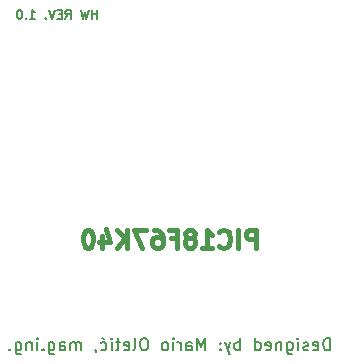
<source format=gbr>
G04 #@! TF.GenerationSoftware,KiCad,Pcbnew,(5.1.2)-2*
G04 #@! TF.CreationDate,2019-10-30T14:21:15+01:00*
G04 #@! TF.ProjectId,PIC18F67K40 MCU Card,50494331-3846-4363-974b-3430204d4355,rev?*
G04 #@! TF.SameCoordinates,Original*
G04 #@! TF.FileFunction,Legend,Bot*
G04 #@! TF.FilePolarity,Positive*
%FSLAX46Y46*%
G04 Gerber Fmt 4.6, Leading zero omitted, Abs format (unit mm)*
G04 Created by KiCad (PCBNEW (5.1.2)-2) date 2019-10-30 14:21:15*
%MOMM*%
%LPD*%
G04 APERTURE LIST*
%ADD10C,0.381000*%
%ADD11C,0.203200*%
%ADD12C,0.150000*%
G04 APERTURE END LIST*
D10*
X111433428Y-138484428D02*
X111433428Y-136960428D01*
X110852857Y-136960428D01*
X110707714Y-137033000D01*
X110635142Y-137105571D01*
X110562571Y-137250714D01*
X110562571Y-137468428D01*
X110635142Y-137613571D01*
X110707714Y-137686142D01*
X110852857Y-137758714D01*
X111433428Y-137758714D01*
X109909428Y-138484428D02*
X109909428Y-136960428D01*
X108312857Y-138339285D02*
X108385428Y-138411857D01*
X108603142Y-138484428D01*
X108748285Y-138484428D01*
X108966000Y-138411857D01*
X109111142Y-138266714D01*
X109183714Y-138121571D01*
X109256285Y-137831285D01*
X109256285Y-137613571D01*
X109183714Y-137323285D01*
X109111142Y-137178142D01*
X108966000Y-137033000D01*
X108748285Y-136960428D01*
X108603142Y-136960428D01*
X108385428Y-137033000D01*
X108312857Y-137105571D01*
X106861428Y-138484428D02*
X107732285Y-138484428D01*
X107296857Y-138484428D02*
X107296857Y-136960428D01*
X107442000Y-137178142D01*
X107587142Y-137323285D01*
X107732285Y-137395857D01*
X105990571Y-137613571D02*
X106135714Y-137541000D01*
X106208285Y-137468428D01*
X106280857Y-137323285D01*
X106280857Y-137250714D01*
X106208285Y-137105571D01*
X106135714Y-137033000D01*
X105990571Y-136960428D01*
X105700285Y-136960428D01*
X105555142Y-137033000D01*
X105482571Y-137105571D01*
X105410000Y-137250714D01*
X105410000Y-137323285D01*
X105482571Y-137468428D01*
X105555142Y-137541000D01*
X105700285Y-137613571D01*
X105990571Y-137613571D01*
X106135714Y-137686142D01*
X106208285Y-137758714D01*
X106280857Y-137903857D01*
X106280857Y-138194142D01*
X106208285Y-138339285D01*
X106135714Y-138411857D01*
X105990571Y-138484428D01*
X105700285Y-138484428D01*
X105555142Y-138411857D01*
X105482571Y-138339285D01*
X105410000Y-138194142D01*
X105410000Y-137903857D01*
X105482571Y-137758714D01*
X105555142Y-137686142D01*
X105700285Y-137613571D01*
X104248857Y-137686142D02*
X104756857Y-137686142D01*
X104756857Y-138484428D02*
X104756857Y-136960428D01*
X104031142Y-136960428D01*
X102797428Y-136960428D02*
X103087714Y-136960428D01*
X103232857Y-137033000D01*
X103305428Y-137105571D01*
X103450571Y-137323285D01*
X103523142Y-137613571D01*
X103523142Y-138194142D01*
X103450571Y-138339285D01*
X103378000Y-138411857D01*
X103232857Y-138484428D01*
X102942571Y-138484428D01*
X102797428Y-138411857D01*
X102724857Y-138339285D01*
X102652285Y-138194142D01*
X102652285Y-137831285D01*
X102724857Y-137686142D01*
X102797428Y-137613571D01*
X102942571Y-137541000D01*
X103232857Y-137541000D01*
X103378000Y-137613571D01*
X103450571Y-137686142D01*
X103523142Y-137831285D01*
X102144285Y-136960428D02*
X101128285Y-136960428D01*
X101781428Y-138484428D01*
X100547714Y-138484428D02*
X100547714Y-136960428D01*
X99676857Y-138484428D02*
X100330000Y-137613571D01*
X99676857Y-136960428D02*
X100547714Y-137831285D01*
X98370571Y-137468428D02*
X98370571Y-138484428D01*
X98733428Y-136887857D02*
X99096285Y-137976428D01*
X98152857Y-137976428D01*
X97282000Y-136960428D02*
X97136857Y-136960428D01*
X96991714Y-137033000D01*
X96919142Y-137105571D01*
X96846571Y-137250714D01*
X96774000Y-137541000D01*
X96774000Y-137903857D01*
X96846571Y-138194142D01*
X96919142Y-138339285D01*
X96991714Y-138411857D01*
X97136857Y-138484428D01*
X97282000Y-138484428D01*
X97427142Y-138411857D01*
X97499714Y-138339285D01*
X97572285Y-138194142D01*
X97644857Y-137903857D01*
X97644857Y-137541000D01*
X97572285Y-137250714D01*
X97499714Y-137105571D01*
X97427142Y-137033000D01*
X97282000Y-136960428D01*
D11*
X117686666Y-147144619D02*
X117686666Y-146128619D01*
X117444761Y-146128619D01*
X117299619Y-146177000D01*
X117202857Y-146273761D01*
X117154476Y-146370523D01*
X117106095Y-146564047D01*
X117106095Y-146709190D01*
X117154476Y-146902714D01*
X117202857Y-146999476D01*
X117299619Y-147096238D01*
X117444761Y-147144619D01*
X117686666Y-147144619D01*
X116283619Y-147096238D02*
X116380380Y-147144619D01*
X116573904Y-147144619D01*
X116670666Y-147096238D01*
X116719047Y-146999476D01*
X116719047Y-146612428D01*
X116670666Y-146515666D01*
X116573904Y-146467285D01*
X116380380Y-146467285D01*
X116283619Y-146515666D01*
X116235238Y-146612428D01*
X116235238Y-146709190D01*
X116719047Y-146805952D01*
X115848190Y-147096238D02*
X115751428Y-147144619D01*
X115557904Y-147144619D01*
X115461142Y-147096238D01*
X115412761Y-146999476D01*
X115412761Y-146951095D01*
X115461142Y-146854333D01*
X115557904Y-146805952D01*
X115703047Y-146805952D01*
X115799809Y-146757571D01*
X115848190Y-146660809D01*
X115848190Y-146612428D01*
X115799809Y-146515666D01*
X115703047Y-146467285D01*
X115557904Y-146467285D01*
X115461142Y-146515666D01*
X114977333Y-147144619D02*
X114977333Y-146467285D01*
X114977333Y-146128619D02*
X115025714Y-146177000D01*
X114977333Y-146225380D01*
X114928952Y-146177000D01*
X114977333Y-146128619D01*
X114977333Y-146225380D01*
X114058095Y-146467285D02*
X114058095Y-147289761D01*
X114106476Y-147386523D01*
X114154857Y-147434904D01*
X114251619Y-147483285D01*
X114396761Y-147483285D01*
X114493523Y-147434904D01*
X114058095Y-147096238D02*
X114154857Y-147144619D01*
X114348380Y-147144619D01*
X114445142Y-147096238D01*
X114493523Y-147047857D01*
X114541904Y-146951095D01*
X114541904Y-146660809D01*
X114493523Y-146564047D01*
X114445142Y-146515666D01*
X114348380Y-146467285D01*
X114154857Y-146467285D01*
X114058095Y-146515666D01*
X113574285Y-146467285D02*
X113574285Y-147144619D01*
X113574285Y-146564047D02*
X113525904Y-146515666D01*
X113429142Y-146467285D01*
X113284000Y-146467285D01*
X113187238Y-146515666D01*
X113138857Y-146612428D01*
X113138857Y-147144619D01*
X112268000Y-147096238D02*
X112364761Y-147144619D01*
X112558285Y-147144619D01*
X112655047Y-147096238D01*
X112703428Y-146999476D01*
X112703428Y-146612428D01*
X112655047Y-146515666D01*
X112558285Y-146467285D01*
X112364761Y-146467285D01*
X112268000Y-146515666D01*
X112219619Y-146612428D01*
X112219619Y-146709190D01*
X112703428Y-146805952D01*
X111348761Y-147144619D02*
X111348761Y-146128619D01*
X111348761Y-147096238D02*
X111445523Y-147144619D01*
X111639047Y-147144619D01*
X111735809Y-147096238D01*
X111784190Y-147047857D01*
X111832571Y-146951095D01*
X111832571Y-146660809D01*
X111784190Y-146564047D01*
X111735809Y-146515666D01*
X111639047Y-146467285D01*
X111445523Y-146467285D01*
X111348761Y-146515666D01*
X110090857Y-147144619D02*
X110090857Y-146128619D01*
X110090857Y-146515666D02*
X109994095Y-146467285D01*
X109800571Y-146467285D01*
X109703809Y-146515666D01*
X109655428Y-146564047D01*
X109607047Y-146660809D01*
X109607047Y-146951095D01*
X109655428Y-147047857D01*
X109703809Y-147096238D01*
X109800571Y-147144619D01*
X109994095Y-147144619D01*
X110090857Y-147096238D01*
X109268380Y-146467285D02*
X109026476Y-147144619D01*
X108784571Y-146467285D02*
X109026476Y-147144619D01*
X109123238Y-147386523D01*
X109171619Y-147434904D01*
X109268380Y-147483285D01*
X108397523Y-147047857D02*
X108349142Y-147096238D01*
X108397523Y-147144619D01*
X108445904Y-147096238D01*
X108397523Y-147047857D01*
X108397523Y-147144619D01*
X108397523Y-146515666D02*
X108349142Y-146564047D01*
X108397523Y-146612428D01*
X108445904Y-146564047D01*
X108397523Y-146515666D01*
X108397523Y-146612428D01*
X107139619Y-147144619D02*
X107139619Y-146128619D01*
X106800952Y-146854333D01*
X106462285Y-146128619D01*
X106462285Y-147144619D01*
X105543047Y-147144619D02*
X105543047Y-146612428D01*
X105591428Y-146515666D01*
X105688190Y-146467285D01*
X105881714Y-146467285D01*
X105978476Y-146515666D01*
X105543047Y-147096238D02*
X105639809Y-147144619D01*
X105881714Y-147144619D01*
X105978476Y-147096238D01*
X106026857Y-146999476D01*
X106026857Y-146902714D01*
X105978476Y-146805952D01*
X105881714Y-146757571D01*
X105639809Y-146757571D01*
X105543047Y-146709190D01*
X105059238Y-147144619D02*
X105059238Y-146467285D01*
X105059238Y-146660809D02*
X105010857Y-146564047D01*
X104962476Y-146515666D01*
X104865714Y-146467285D01*
X104768952Y-146467285D01*
X104430285Y-147144619D02*
X104430285Y-146467285D01*
X104430285Y-146128619D02*
X104478666Y-146177000D01*
X104430285Y-146225380D01*
X104381904Y-146177000D01*
X104430285Y-146128619D01*
X104430285Y-146225380D01*
X103801333Y-147144619D02*
X103898095Y-147096238D01*
X103946476Y-147047857D01*
X103994857Y-146951095D01*
X103994857Y-146660809D01*
X103946476Y-146564047D01*
X103898095Y-146515666D01*
X103801333Y-146467285D01*
X103656190Y-146467285D01*
X103559428Y-146515666D01*
X103511047Y-146564047D01*
X103462666Y-146660809D01*
X103462666Y-146951095D01*
X103511047Y-147047857D01*
X103559428Y-147096238D01*
X103656190Y-147144619D01*
X103801333Y-147144619D01*
X102059619Y-146128619D02*
X101866095Y-146128619D01*
X101769333Y-146177000D01*
X101672571Y-146273761D01*
X101624190Y-146467285D01*
X101624190Y-146805952D01*
X101672571Y-146999476D01*
X101769333Y-147096238D01*
X101866095Y-147144619D01*
X102059619Y-147144619D01*
X102156380Y-147096238D01*
X102253142Y-146999476D01*
X102301523Y-146805952D01*
X102301523Y-146467285D01*
X102253142Y-146273761D01*
X102156380Y-146177000D01*
X102059619Y-146128619D01*
X101043619Y-147144619D02*
X101140380Y-147096238D01*
X101188761Y-146999476D01*
X101188761Y-146128619D01*
X100269523Y-147096238D02*
X100366285Y-147144619D01*
X100559809Y-147144619D01*
X100656571Y-147096238D01*
X100704952Y-146999476D01*
X100704952Y-146612428D01*
X100656571Y-146515666D01*
X100559809Y-146467285D01*
X100366285Y-146467285D01*
X100269523Y-146515666D01*
X100221142Y-146612428D01*
X100221142Y-146709190D01*
X100704952Y-146805952D01*
X99930857Y-146467285D02*
X99543809Y-146467285D01*
X99785714Y-146128619D02*
X99785714Y-146999476D01*
X99737333Y-147096238D01*
X99640571Y-147144619D01*
X99543809Y-147144619D01*
X99205142Y-147144619D02*
X99205142Y-146467285D01*
X99205142Y-146128619D02*
X99253523Y-146177000D01*
X99205142Y-146225380D01*
X99156761Y-146177000D01*
X99205142Y-146128619D01*
X99205142Y-146225380D01*
X98285904Y-147096238D02*
X98382666Y-147144619D01*
X98576190Y-147144619D01*
X98672952Y-147096238D01*
X98721333Y-147047857D01*
X98769714Y-146951095D01*
X98769714Y-146660809D01*
X98721333Y-146564047D01*
X98672952Y-146515666D01*
X98576190Y-146467285D01*
X98382666Y-146467285D01*
X98285904Y-146515666D01*
X98382666Y-146080238D02*
X98527809Y-146225380D01*
X97802095Y-147096238D02*
X97802095Y-147144619D01*
X97850476Y-147241380D01*
X97898857Y-147289761D01*
X96592571Y-147144619D02*
X96592571Y-146467285D01*
X96592571Y-146564047D02*
X96544190Y-146515666D01*
X96447428Y-146467285D01*
X96302285Y-146467285D01*
X96205523Y-146515666D01*
X96157142Y-146612428D01*
X96157142Y-147144619D01*
X96157142Y-146612428D02*
X96108761Y-146515666D01*
X96011999Y-146467285D01*
X95866857Y-146467285D01*
X95770095Y-146515666D01*
X95721714Y-146612428D01*
X95721714Y-147144619D01*
X94802476Y-147144619D02*
X94802476Y-146612428D01*
X94850857Y-146515666D01*
X94947619Y-146467285D01*
X95141142Y-146467285D01*
X95237904Y-146515666D01*
X94802476Y-147096238D02*
X94899238Y-147144619D01*
X95141142Y-147144619D01*
X95237904Y-147096238D01*
X95286285Y-146999476D01*
X95286285Y-146902714D01*
X95237904Y-146805952D01*
X95141142Y-146757571D01*
X94899238Y-146757571D01*
X94802476Y-146709190D01*
X93883238Y-146467285D02*
X93883238Y-147289761D01*
X93931619Y-147386523D01*
X93979999Y-147434904D01*
X94076761Y-147483285D01*
X94221904Y-147483285D01*
X94318666Y-147434904D01*
X93883238Y-147096238D02*
X93979999Y-147144619D01*
X94173523Y-147144619D01*
X94270285Y-147096238D01*
X94318666Y-147047857D01*
X94367047Y-146951095D01*
X94367047Y-146660809D01*
X94318666Y-146564047D01*
X94270285Y-146515666D01*
X94173523Y-146467285D01*
X93979999Y-146467285D01*
X93883238Y-146515666D01*
X93399428Y-147047857D02*
X93351047Y-147096238D01*
X93399428Y-147144619D01*
X93447809Y-147096238D01*
X93399428Y-147047857D01*
X93399428Y-147144619D01*
X92915619Y-147144619D02*
X92915619Y-146467285D01*
X92915619Y-146128619D02*
X92963999Y-146177000D01*
X92915619Y-146225380D01*
X92867238Y-146177000D01*
X92915619Y-146128619D01*
X92915619Y-146225380D01*
X92431809Y-146467285D02*
X92431809Y-147144619D01*
X92431809Y-146564047D02*
X92383428Y-146515666D01*
X92286666Y-146467285D01*
X92141523Y-146467285D01*
X92044761Y-146515666D01*
X91996380Y-146612428D01*
X91996380Y-147144619D01*
X91077142Y-146467285D02*
X91077142Y-147289761D01*
X91125523Y-147386523D01*
X91173904Y-147434904D01*
X91270666Y-147483285D01*
X91415809Y-147483285D01*
X91512571Y-147434904D01*
X91077142Y-147096238D02*
X91173904Y-147144619D01*
X91367428Y-147144619D01*
X91464190Y-147096238D01*
X91512571Y-147047857D01*
X91560952Y-146951095D01*
X91560952Y-146660809D01*
X91512571Y-146564047D01*
X91464190Y-146515666D01*
X91367428Y-146467285D01*
X91173904Y-146467285D01*
X91077142Y-146515666D01*
X90593333Y-147047857D02*
X90544952Y-147096238D01*
X90593333Y-147144619D01*
X90641714Y-147096238D01*
X90593333Y-147047857D01*
X90593333Y-147144619D01*
D12*
X97989571Y-119089714D02*
X97989571Y-118327714D01*
X97989571Y-118690571D02*
X97554142Y-118690571D01*
X97554142Y-119089714D02*
X97554142Y-118327714D01*
X97263857Y-118327714D02*
X97082428Y-119089714D01*
X96937285Y-118545428D01*
X96792142Y-119089714D01*
X96610714Y-118327714D01*
X95304428Y-119089714D02*
X95558428Y-118726857D01*
X95739857Y-119089714D02*
X95739857Y-118327714D01*
X95449571Y-118327714D01*
X95377000Y-118364000D01*
X95340714Y-118400285D01*
X95304428Y-118472857D01*
X95304428Y-118581714D01*
X95340714Y-118654285D01*
X95377000Y-118690571D01*
X95449571Y-118726857D01*
X95739857Y-118726857D01*
X94977857Y-118690571D02*
X94723857Y-118690571D01*
X94615000Y-119089714D02*
X94977857Y-119089714D01*
X94977857Y-118327714D01*
X94615000Y-118327714D01*
X94397285Y-118327714D02*
X94143285Y-119089714D01*
X93889285Y-118327714D01*
X93635285Y-119017142D02*
X93599000Y-119053428D01*
X93635285Y-119089714D01*
X93671571Y-119053428D01*
X93635285Y-119017142D01*
X93635285Y-119089714D01*
X92292714Y-119089714D02*
X92728142Y-119089714D01*
X92510428Y-119089714D02*
X92510428Y-118327714D01*
X92583000Y-118436571D01*
X92655571Y-118509142D01*
X92728142Y-118545428D01*
X91966142Y-119017142D02*
X91929857Y-119053428D01*
X91966142Y-119089714D01*
X92002428Y-119053428D01*
X91966142Y-119017142D01*
X91966142Y-119089714D01*
X91458142Y-118327714D02*
X91385571Y-118327714D01*
X91313000Y-118364000D01*
X91276714Y-118400285D01*
X91240428Y-118472857D01*
X91204142Y-118618000D01*
X91204142Y-118799428D01*
X91240428Y-118944571D01*
X91276714Y-119017142D01*
X91313000Y-119053428D01*
X91385571Y-119089714D01*
X91458142Y-119089714D01*
X91530714Y-119053428D01*
X91567000Y-119017142D01*
X91603285Y-118944571D01*
X91639571Y-118799428D01*
X91639571Y-118618000D01*
X91603285Y-118472857D01*
X91567000Y-118400285D01*
X91530714Y-118364000D01*
X91458142Y-118327714D01*
M02*

</source>
